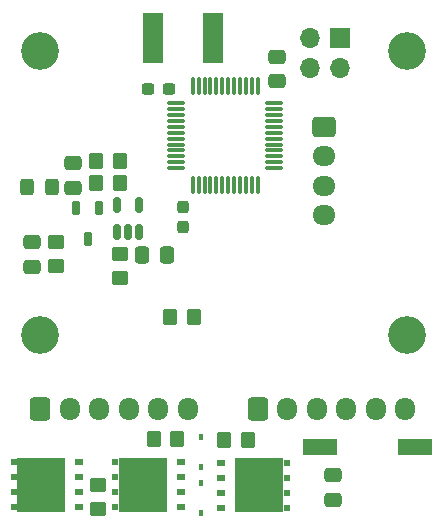
<source format=gbs>
%TF.GenerationSoftware,KiCad,Pcbnew,8.0.8*%
%TF.CreationDate,2025-04-18T09:33:10-04:00*%
%TF.ProjectId,high-power-module,68696768-2d70-46f7-9765-722d6d6f6475,rev?*%
%TF.SameCoordinates,Original*%
%TF.FileFunction,Soldermask,Bot*%
%TF.FilePolarity,Negative*%
%FSLAX46Y46*%
G04 Gerber Fmt 4.6, Leading zero omitted, Abs format (unit mm)*
G04 Created by KiCad (PCBNEW 8.0.8) date 2025-04-18 09:33:10*
%MOMM*%
%LPD*%
G01*
G04 APERTURE LIST*
G04 Aperture macros list*
%AMRoundRect*
0 Rectangle with rounded corners*
0 $1 Rounding radius*
0 $2 $3 $4 $5 $6 $7 $8 $9 X,Y pos of 4 corners*
0 Add a 4 corners polygon primitive as box body*
4,1,4,$2,$3,$4,$5,$6,$7,$8,$9,$2,$3,0*
0 Add four circle primitives for the rounded corners*
1,1,$1+$1,$2,$3*
1,1,$1+$1,$4,$5*
1,1,$1+$1,$6,$7*
1,1,$1+$1,$8,$9*
0 Add four rect primitives between the rounded corners*
20,1,$1+$1,$2,$3,$4,$5,0*
20,1,$1+$1,$4,$5,$6,$7,0*
20,1,$1+$1,$6,$7,$8,$9,0*
20,1,$1+$1,$8,$9,$2,$3,0*%
G04 Aperture macros list end*
%ADD10C,3.200000*%
%ADD11RoundRect,0.101600X-0.762000X-2.032000X0.762000X-2.032000X0.762000X2.032000X-0.762000X2.032000X0*%
%ADD12RoundRect,0.250000X-0.600000X-0.725000X0.600000X-0.725000X0.600000X0.725000X-0.600000X0.725000X0*%
%ADD13O,1.700000X1.950000*%
%ADD14RoundRect,0.250000X-0.337500X-0.475000X0.337500X-0.475000X0.337500X0.475000X-0.337500X0.475000X0*%
%ADD15RoundRect,0.250000X0.350000X0.450000X-0.350000X0.450000X-0.350000X-0.450000X0.350000X-0.450000X0*%
%ADD16RoundRect,0.250000X-0.350000X-0.450000X0.350000X-0.450000X0.350000X0.450000X-0.350000X0.450000X0*%
%ADD17R,3.000000X1.470000*%
%ADD18R,0.355600X0.609600*%
%ADD19RoundRect,0.250000X0.325000X0.450000X-0.325000X0.450000X-0.325000X-0.450000X0.325000X-0.450000X0*%
%ADD20RoundRect,0.162500X-0.162500X0.447500X-0.162500X-0.447500X0.162500X-0.447500X0.162500X0.447500X0*%
%ADD21RoundRect,0.250000X-0.475000X0.337500X-0.475000X-0.337500X0.475000X-0.337500X0.475000X0.337500X0*%
%ADD22RoundRect,0.075000X0.662500X0.075000X-0.662500X0.075000X-0.662500X-0.075000X0.662500X-0.075000X0*%
%ADD23RoundRect,0.075000X0.075000X0.662500X-0.075000X0.662500X-0.075000X-0.662500X0.075000X-0.662500X0*%
%ADD24RoundRect,0.237500X-0.237500X0.300000X-0.237500X-0.300000X0.237500X-0.300000X0.237500X0.300000X0*%
%ADD25RoundRect,0.250000X0.450000X-0.350000X0.450000X0.350000X-0.450000X0.350000X-0.450000X-0.350000X0*%
%ADD26RoundRect,0.250000X-0.725000X0.600000X-0.725000X-0.600000X0.725000X-0.600000X0.725000X0.600000X0*%
%ADD27O,1.950000X1.700000*%
%ADD28R,4.120000X4.600000*%
%ADD29R,0.550000X0.500000*%
%ADD30R,0.650000X0.500000*%
%ADD31RoundRect,0.250000X0.475000X-0.337500X0.475000X0.337500X-0.475000X0.337500X-0.475000X-0.337500X0*%
%ADD32RoundRect,0.150000X0.150000X-0.512500X0.150000X0.512500X-0.150000X0.512500X-0.150000X-0.512500X0*%
%ADD33RoundRect,0.237500X0.300000X0.237500X-0.300000X0.237500X-0.300000X-0.237500X0.300000X-0.237500X0*%
%ADD34R,1.700000X1.700000*%
%ADD35O,1.700000X1.700000*%
G04 APERTURE END LIST*
D10*
%TO.C,H4*%
X128500000Y-97500000D03*
%TD*%
%TO.C,H1*%
X128500000Y-73500000D03*
%TD*%
D11*
%TO.C,J2*%
X143140000Y-72400000D03*
X138060000Y-72400000D03*
%TD*%
D12*
%TO.C,J3*%
X128500000Y-103800000D03*
D13*
X131000000Y-103800000D03*
X133500000Y-103800000D03*
X136000000Y-103800000D03*
X138500000Y-103800000D03*
X141000000Y-103800000D03*
%TD*%
D12*
%TO.C,J1*%
X146900000Y-103800000D03*
D13*
X149400000Y-103800000D03*
X151900000Y-103800000D03*
X154400000Y-103800000D03*
X156900000Y-103800000D03*
X159400000Y-103800000D03*
%TD*%
D10*
%TO.C,H2*%
X159500000Y-73500000D03*
%TD*%
%TO.C,H3*%
X159500000Y-97500000D03*
%TD*%
D14*
%TO.C,CB5*%
X137125000Y-90800000D03*
X139200000Y-90800000D03*
%TD*%
D15*
%TO.C,R13*%
X135200000Y-84700000D03*
X133200000Y-84700000D03*
%TD*%
D16*
%TO.C,R17*%
X138100000Y-106350000D03*
X140100000Y-106350000D03*
%TD*%
%TO.C,R2*%
X133200000Y-82800000D03*
X135200000Y-82800000D03*
%TD*%
D17*
%TO.C,FB1*%
X160200000Y-107000000D03*
X152200000Y-107000000D03*
%TD*%
D18*
%TO.C,U5*%
X142100000Y-108689200D03*
X142100000Y-106200000D03*
%TD*%
%TO.C,U4*%
X142100000Y-110105400D03*
X142100000Y-112594600D03*
%TD*%
D19*
%TO.C,R3*%
X129450000Y-85000000D03*
X127400000Y-85000000D03*
%TD*%
D20*
%TO.C,D1*%
X131550000Y-86780000D03*
X133450000Y-86780000D03*
X132500000Y-89400000D03*
%TD*%
D21*
%TO.C,C10*%
X153250000Y-109425000D03*
X153250000Y-111500000D03*
%TD*%
D22*
%TO.C,U6*%
X148312500Y-77912500D03*
X148312500Y-78412500D03*
X148312500Y-78912500D03*
X148312500Y-79412500D03*
X148312500Y-79912500D03*
X148312500Y-80412500D03*
X148312500Y-80912500D03*
X148312500Y-81412500D03*
X148312500Y-81912500D03*
X148312500Y-82412500D03*
X148312500Y-82912500D03*
X148312500Y-83412500D03*
D23*
X146900000Y-84825000D03*
X146400000Y-84825000D03*
X145900000Y-84825000D03*
X145400000Y-84825000D03*
X144900000Y-84825000D03*
X144400000Y-84825000D03*
X143900000Y-84825000D03*
X143400000Y-84825000D03*
X142900000Y-84825000D03*
X142400000Y-84825000D03*
X141900000Y-84825000D03*
X141400000Y-84825000D03*
D22*
X139987500Y-83412500D03*
X139987500Y-82912500D03*
X139987500Y-82412500D03*
X139987500Y-81912500D03*
X139987500Y-81412500D03*
X139987500Y-80912500D03*
X139987500Y-80412500D03*
X139987500Y-79912500D03*
X139987500Y-79412500D03*
X139987500Y-78912500D03*
X139987500Y-78412500D03*
X139987500Y-77912500D03*
D23*
X141400000Y-76500000D03*
X141900000Y-76500000D03*
X142400000Y-76500000D03*
X142900000Y-76500000D03*
X143400000Y-76500000D03*
X143900000Y-76500000D03*
X144400000Y-76500000D03*
X144900000Y-76500000D03*
X145400000Y-76500000D03*
X145900000Y-76500000D03*
X146400000Y-76500000D03*
X146900000Y-76500000D03*
%TD*%
D24*
%TO.C,CD6*%
X140600000Y-86675000D03*
X140600000Y-88400000D03*
%TD*%
D21*
%TO.C,C4*%
X131300000Y-83000000D03*
X131300000Y-85075000D03*
%TD*%
D25*
%TO.C,R15*%
X135200000Y-92700000D03*
X135200000Y-90700000D03*
%TD*%
D26*
%TO.C,J7*%
X152500000Y-79900000D03*
D27*
X152500000Y-82400000D03*
X152500000Y-84900000D03*
X152500000Y-87400000D03*
%TD*%
D28*
%TO.C,Q1*%
X147015000Y-110255000D03*
D29*
X149350000Y-108350000D03*
X149350000Y-109620000D03*
X149350000Y-110890000D03*
X149350000Y-112160000D03*
D30*
X143800000Y-108350000D03*
X143800000Y-109620000D03*
X143800000Y-110890000D03*
X143800000Y-112160000D03*
%TD*%
D31*
%TO.C,C3*%
X127800000Y-91775000D03*
X127800000Y-89700000D03*
%TD*%
D16*
%TO.C,R14*%
X144050000Y-106400000D03*
X146050000Y-106400000D03*
%TD*%
D32*
%TO.C,U2*%
X136850000Y-88837500D03*
X135900000Y-88837500D03*
X134950000Y-88837500D03*
X134950000Y-86562500D03*
X136850000Y-86562500D03*
%TD*%
D16*
%TO.C,R7*%
X139500000Y-96000000D03*
X141500000Y-96000000D03*
%TD*%
D25*
%TO.C,R16*%
X133350000Y-112250000D03*
X133350000Y-110250000D03*
%TD*%
D33*
%TO.C,CD5*%
X139362500Y-76700000D03*
X137637500Y-76700000D03*
%TD*%
D31*
%TO.C,CD4*%
X148500000Y-76037500D03*
X148500000Y-73962500D03*
%TD*%
D25*
%TO.C,R1*%
X129800000Y-91700000D03*
X129800000Y-89700000D03*
%TD*%
D28*
%TO.C,Q2*%
X137185000Y-110215000D03*
D29*
X134850000Y-112120000D03*
X134850000Y-110850000D03*
X134850000Y-109580000D03*
X134850000Y-108310000D03*
D30*
X140400000Y-112120000D03*
X140400000Y-110850000D03*
X140400000Y-109580000D03*
X140400000Y-108310000D03*
%TD*%
D28*
%TO.C,Q3*%
X128585000Y-110235000D03*
D29*
X126250000Y-112140000D03*
X126250000Y-110870000D03*
X126250000Y-109600000D03*
X126250000Y-108330000D03*
D30*
X131800000Y-112140000D03*
X131800000Y-110870000D03*
X131800000Y-109600000D03*
X131800000Y-108330000D03*
%TD*%
D34*
%TO.C,J5*%
X153900000Y-72400000D03*
D35*
X151360000Y-72400000D03*
X153900000Y-74940000D03*
X151360000Y-74940000D03*
%TD*%
M02*

</source>
